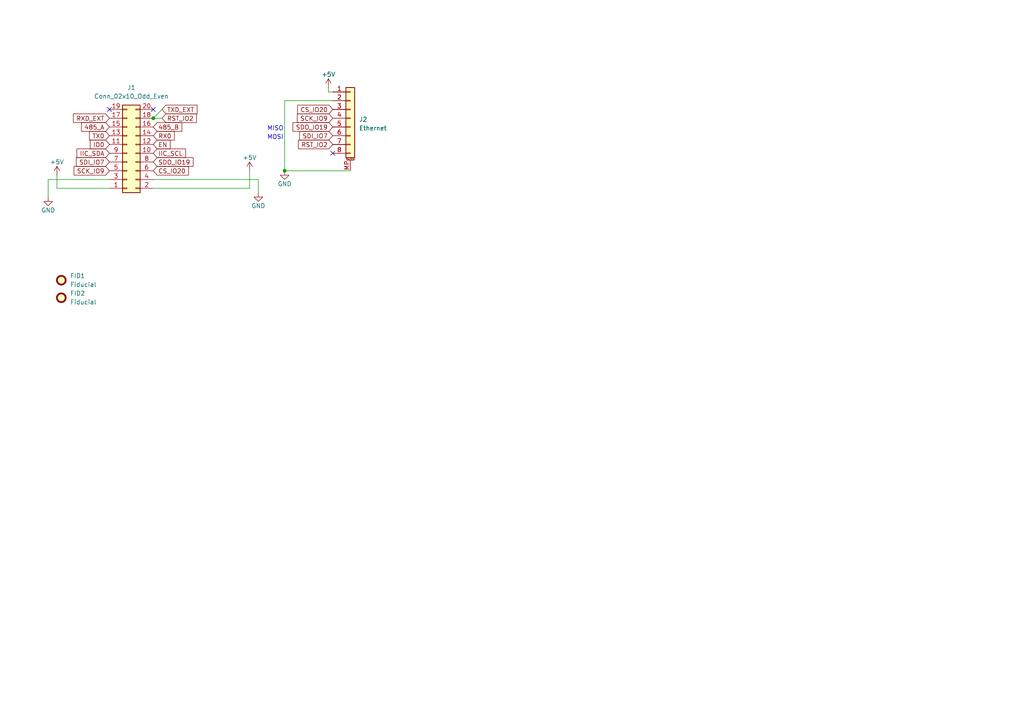
<source format=kicad_sch>
(kicad_sch (version 20211123) (generator eeschema)

  (uuid bb893cd4-c8dc-4720-86a5-cf3cec61cb8a)

  (paper "A4")

  (lib_symbols
    (symbol "Connector_Generic:Conn_02x10_Odd_Even" (pin_names (offset 1.016) hide) (in_bom yes) (on_board yes)
      (property "Reference" "J" (id 0) (at 1.27 12.7 0)
        (effects (font (size 1.27 1.27)))
      )
      (property "Value" "Conn_02x10_Odd_Even" (id 1) (at 1.27 -15.24 0)
        (effects (font (size 1.27 1.27)))
      )
      (property "Footprint" "" (id 2) (at 0 0 0)
        (effects (font (size 1.27 1.27)) hide)
      )
      (property "Datasheet" "~" (id 3) (at 0 0 0)
        (effects (font (size 1.27 1.27)) hide)
      )
      (property "ki_keywords" "connector" (id 4) (at 0 0 0)
        (effects (font (size 1.27 1.27)) hide)
      )
      (property "ki_description" "Generic connector, double row, 02x10, odd/even pin numbering scheme (row 1 odd numbers, row 2 even numbers), script generated (kicad-library-utils/schlib/autogen/connector/)" (id 5) (at 0 0 0)
        (effects (font (size 1.27 1.27)) hide)
      )
      (property "ki_fp_filters" "Connector*:*_2x??_*" (id 6) (at 0 0 0)
        (effects (font (size 1.27 1.27)) hide)
      )
      (symbol "Conn_02x10_Odd_Even_1_1"
        (rectangle (start -1.27 -12.573) (end 0 -12.827)
          (stroke (width 0.1524) (type default) (color 0 0 0 0))
          (fill (type none))
        )
        (rectangle (start -1.27 -10.033) (end 0 -10.287)
          (stroke (width 0.1524) (type default) (color 0 0 0 0))
          (fill (type none))
        )
        (rectangle (start -1.27 -7.493) (end 0 -7.747)
          (stroke (width 0.1524) (type default) (color 0 0 0 0))
          (fill (type none))
        )
        (rectangle (start -1.27 -4.953) (end 0 -5.207)
          (stroke (width 0.1524) (type default) (color 0 0 0 0))
          (fill (type none))
        )
        (rectangle (start -1.27 -2.413) (end 0 -2.667)
          (stroke (width 0.1524) (type default) (color 0 0 0 0))
          (fill (type none))
        )
        (rectangle (start -1.27 0.127) (end 0 -0.127)
          (stroke (width 0.1524) (type default) (color 0 0 0 0))
          (fill (type none))
        )
        (rectangle (start -1.27 2.667) (end 0 2.413)
          (stroke (width 0.1524) (type default) (color 0 0 0 0))
          (fill (type none))
        )
        (rectangle (start -1.27 5.207) (end 0 4.953)
          (stroke (width 0.1524) (type default) (color 0 0 0 0))
          (fill (type none))
        )
        (rectangle (start -1.27 7.747) (end 0 7.493)
          (stroke (width 0.1524) (type default) (color 0 0 0 0))
          (fill (type none))
        )
        (rectangle (start -1.27 10.287) (end 0 10.033)
          (stroke (width 0.1524) (type default) (color 0 0 0 0))
          (fill (type none))
        )
        (rectangle (start -1.27 11.43) (end 3.81 -13.97)
          (stroke (width 0.254) (type default) (color 0 0 0 0))
          (fill (type background))
        )
        (rectangle (start 3.81 -12.573) (end 2.54 -12.827)
          (stroke (width 0.1524) (type default) (color 0 0 0 0))
          (fill (type none))
        )
        (rectangle (start 3.81 -10.033) (end 2.54 -10.287)
          (stroke (width 0.1524) (type default) (color 0 0 0 0))
          (fill (type none))
        )
        (rectangle (start 3.81 -7.493) (end 2.54 -7.747)
          (stroke (width 0.1524) (type default) (color 0 0 0 0))
          (fill (type none))
        )
        (rectangle (start 3.81 -4.953) (end 2.54 -5.207)
          (stroke (width 0.1524) (type default) (color 0 0 0 0))
          (fill (type none))
        )
        (rectangle (start 3.81 -2.413) (end 2.54 -2.667)
          (stroke (width 0.1524) (type default) (color 0 0 0 0))
          (fill (type none))
        )
        (rectangle (start 3.81 0.127) (end 2.54 -0.127)
          (stroke (width 0.1524) (type default) (color 0 0 0 0))
          (fill (type none))
        )
        (rectangle (start 3.81 2.667) (end 2.54 2.413)
          (stroke (width 0.1524) (type default) (color 0 0 0 0))
          (fill (type none))
        )
        (rectangle (start 3.81 5.207) (end 2.54 4.953)
          (stroke (width 0.1524) (type default) (color 0 0 0 0))
          (fill (type none))
        )
        (rectangle (start 3.81 7.747) (end 2.54 7.493)
          (stroke (width 0.1524) (type default) (color 0 0 0 0))
          (fill (type none))
        )
        (rectangle (start 3.81 10.287) (end 2.54 10.033)
          (stroke (width 0.1524) (type default) (color 0 0 0 0))
          (fill (type none))
        )
        (pin passive line (at -5.08 10.16 0) (length 3.81)
          (name "Pin_1" (effects (font (size 1.27 1.27))))
          (number "1" (effects (font (size 1.27 1.27))))
        )
        (pin passive line (at 7.62 0 180) (length 3.81)
          (name "Pin_10" (effects (font (size 1.27 1.27))))
          (number "10" (effects (font (size 1.27 1.27))))
        )
        (pin passive line (at -5.08 -2.54 0) (length 3.81)
          (name "Pin_11" (effects (font (size 1.27 1.27))))
          (number "11" (effects (font (size 1.27 1.27))))
        )
        (pin passive line (at 7.62 -2.54 180) (length 3.81)
          (name "Pin_12" (effects (font (size 1.27 1.27))))
          (number "12" (effects (font (size 1.27 1.27))))
        )
        (pin passive line (at -5.08 -5.08 0) (length 3.81)
          (name "Pin_13" (effects (font (size 1.27 1.27))))
          (number "13" (effects (font (size 1.27 1.27))))
        )
        (pin passive line (at 7.62 -5.08 180) (length 3.81)
          (name "Pin_14" (effects (font (size 1.27 1.27))))
          (number "14" (effects (font (size 1.27 1.27))))
        )
        (pin passive line (at -5.08 -7.62 0) (length 3.81)
          (name "Pin_15" (effects (font (size 1.27 1.27))))
          (number "15" (effects (font (size 1.27 1.27))))
        )
        (pin passive line (at 7.62 -7.62 180) (length 3.81)
          (name "Pin_16" (effects (font (size 1.27 1.27))))
          (number "16" (effects (font (size 1.27 1.27))))
        )
        (pin passive line (at -5.08 -10.16 0) (length 3.81)
          (name "Pin_17" (effects (font (size 1.27 1.27))))
          (number "17" (effects (font (size 1.27 1.27))))
        )
        (pin passive line (at 7.62 -10.16 180) (length 3.81)
          (name "Pin_18" (effects (font (size 1.27 1.27))))
          (number "18" (effects (font (size 1.27 1.27))))
        )
        (pin passive line (at -5.08 -12.7 0) (length 3.81)
          (name "Pin_19" (effects (font (size 1.27 1.27))))
          (number "19" (effects (font (size 1.27 1.27))))
        )
        (pin passive line (at 7.62 10.16 180) (length 3.81)
          (name "Pin_2" (effects (font (size 1.27 1.27))))
          (number "2" (effects (font (size 1.27 1.27))))
        )
        (pin passive line (at 7.62 -12.7 180) (length 3.81)
          (name "Pin_20" (effects (font (size 1.27 1.27))))
          (number "20" (effects (font (size 1.27 1.27))))
        )
        (pin passive line (at -5.08 7.62 0) (length 3.81)
          (name "Pin_3" (effects (font (size 1.27 1.27))))
          (number "3" (effects (font (size 1.27 1.27))))
        )
        (pin passive line (at 7.62 7.62 180) (length 3.81)
          (name "Pin_4" (effects (font (size 1.27 1.27))))
          (number "4" (effects (font (size 1.27 1.27))))
        )
        (pin passive line (at -5.08 5.08 0) (length 3.81)
          (name "Pin_5" (effects (font (size 1.27 1.27))))
          (number "5" (effects (font (size 1.27 1.27))))
        )
        (pin passive line (at 7.62 5.08 180) (length 3.81)
          (name "Pin_6" (effects (font (size 1.27 1.27))))
          (number "6" (effects (font (size 1.27 1.27))))
        )
        (pin passive line (at -5.08 2.54 0) (length 3.81)
          (name "Pin_7" (effects (font (size 1.27 1.27))))
          (number "7" (effects (font (size 1.27 1.27))))
        )
        (pin passive line (at 7.62 2.54 180) (length 3.81)
          (name "Pin_8" (effects (font (size 1.27 1.27))))
          (number "8" (effects (font (size 1.27 1.27))))
        )
        (pin passive line (at -5.08 0 0) (length 3.81)
          (name "Pin_9" (effects (font (size 1.27 1.27))))
          (number "9" (effects (font (size 1.27 1.27))))
        )
      )
    )
    (symbol "Connector_Generic_MountingPin:Conn_01x08_MountingPin" (pin_names (offset 1.016) hide) (in_bom yes) (on_board yes)
      (property "Reference" "J" (id 0) (at 0 10.16 0)
        (effects (font (size 1.27 1.27)))
      )
      (property "Value" "Conn_01x08_MountingPin" (id 1) (at 1.27 -12.7 0)
        (effects (font (size 1.27 1.27)) (justify left))
      )
      (property "Footprint" "" (id 2) (at 0 0 0)
        (effects (font (size 1.27 1.27)) hide)
      )
      (property "Datasheet" "~" (id 3) (at 0 0 0)
        (effects (font (size 1.27 1.27)) hide)
      )
      (property "ki_keywords" "connector" (id 4) (at 0 0 0)
        (effects (font (size 1.27 1.27)) hide)
      )
      (property "ki_description" "Generic connectable mounting pin connector, single row, 01x08, script generated (kicad-library-utils/schlib/autogen/connector/)" (id 5) (at 0 0 0)
        (effects (font (size 1.27 1.27)) hide)
      )
      (property "ki_fp_filters" "Connector*:*_1x??-1MP*" (id 6) (at 0 0 0)
        (effects (font (size 1.27 1.27)) hide)
      )
      (symbol "Conn_01x08_MountingPin_1_1"
        (rectangle (start -1.27 -10.033) (end 0 -10.287)
          (stroke (width 0.1524) (type default) (color 0 0 0 0))
          (fill (type none))
        )
        (rectangle (start -1.27 -7.493) (end 0 -7.747)
          (stroke (width 0.1524) (type default) (color 0 0 0 0))
          (fill (type none))
        )
        (rectangle (start -1.27 -4.953) (end 0 -5.207)
          (stroke (width 0.1524) (type default) (color 0 0 0 0))
          (fill (type none))
        )
        (rectangle (start -1.27 -2.413) (end 0 -2.667)
          (stroke (width 0.1524) (type default) (color 0 0 0 0))
          (fill (type none))
        )
        (rectangle (start -1.27 0.127) (end 0 -0.127)
          (stroke (width 0.1524) (type default) (color 0 0 0 0))
          (fill (type none))
        )
        (rectangle (start -1.27 2.667) (end 0 2.413)
          (stroke (width 0.1524) (type default) (color 0 0 0 0))
          (fill (type none))
        )
        (rectangle (start -1.27 5.207) (end 0 4.953)
          (stroke (width 0.1524) (type default) (color 0 0 0 0))
          (fill (type none))
        )
        (rectangle (start -1.27 7.747) (end 0 7.493)
          (stroke (width 0.1524) (type default) (color 0 0 0 0))
          (fill (type none))
        )
        (rectangle (start -1.27 8.89) (end 1.27 -11.43)
          (stroke (width 0.254) (type default) (color 0 0 0 0))
          (fill (type background))
        )
        (polyline
          (pts
            (xy -1.016 -12.192)
            (xy 1.016 -12.192)
          )
          (stroke (width 0.1524) (type default) (color 0 0 0 0))
          (fill (type none))
        )
        (text "Mounting" (at 0 -11.811 0)
          (effects (font (size 0.381 0.381)))
        )
        (pin passive line (at -5.08 7.62 0) (length 3.81)
          (name "Pin_1" (effects (font (size 1.27 1.27))))
          (number "1" (effects (font (size 1.27 1.27))))
        )
        (pin passive line (at -5.08 5.08 0) (length 3.81)
          (name "Pin_2" (effects (font (size 1.27 1.27))))
          (number "2" (effects (font (size 1.27 1.27))))
        )
        (pin passive line (at -5.08 2.54 0) (length 3.81)
          (name "Pin_3" (effects (font (size 1.27 1.27))))
          (number "3" (effects (font (size 1.27 1.27))))
        )
        (pin passive line (at -5.08 0 0) (length 3.81)
          (name "Pin_4" (effects (font (size 1.27 1.27))))
          (number "4" (effects (font (size 1.27 1.27))))
        )
        (pin passive line (at -5.08 -2.54 0) (length 3.81)
          (name "Pin_5" (effects (font (size 1.27 1.27))))
          (number "5" (effects (font (size 1.27 1.27))))
        )
        (pin passive line (at -5.08 -5.08 0) (length 3.81)
          (name "Pin_6" (effects (font (size 1.27 1.27))))
          (number "6" (effects (font (size 1.27 1.27))))
        )
        (pin passive line (at -5.08 -7.62 0) (length 3.81)
          (name "Pin_7" (effects (font (size 1.27 1.27))))
          (number "7" (effects (font (size 1.27 1.27))))
        )
        (pin passive line (at -5.08 -10.16 0) (length 3.81)
          (name "Pin_8" (effects (font (size 1.27 1.27))))
          (number "8" (effects (font (size 1.27 1.27))))
        )
        (pin passive line (at 0 -15.24 90) (length 3.048)
          (name "MountPin" (effects (font (size 1.27 1.27))))
          (number "MP" (effects (font (size 1.27 1.27))))
        )
      )
    )
    (symbol "Mechanical:Fiducial" (in_bom yes) (on_board yes)
      (property "Reference" "FID" (id 0) (at 0 5.08 0)
        (effects (font (size 1.27 1.27)))
      )
      (property "Value" "Fiducial" (id 1) (at 0 3.175 0)
        (effects (font (size 1.27 1.27)))
      )
      (property "Footprint" "" (id 2) (at 0 0 0)
        (effects (font (size 1.27 1.27)) hide)
      )
      (property "Datasheet" "~" (id 3) (at 0 0 0)
        (effects (font (size 1.27 1.27)) hide)
      )
      (property "ki_keywords" "fiducial marker" (id 4) (at 0 0 0)
        (effects (font (size 1.27 1.27)) hide)
      )
      (property "ki_description" "Fiducial Marker" (id 5) (at 0 0 0)
        (effects (font (size 1.27 1.27)) hide)
      )
      (property "ki_fp_filters" "Fiducial*" (id 6) (at 0 0 0)
        (effects (font (size 1.27 1.27)) hide)
      )
      (symbol "Fiducial_0_1"
        (circle (center 0 0) (radius 1.27)
          (stroke (width 0.508) (type default) (color 0 0 0 0))
          (fill (type background))
        )
      )
    )
    (symbol "power:+5V" (power) (pin_names (offset 0)) (in_bom yes) (on_board yes)
      (property "Reference" "#PWR" (id 0) (at 0 -3.81 0)
        (effects (font (size 1.27 1.27)) hide)
      )
      (property "Value" "+5V" (id 1) (at 0 3.556 0)
        (effects (font (size 1.27 1.27)))
      )
      (property "Footprint" "" (id 2) (at 0 0 0)
        (effects (font (size 1.27 1.27)) hide)
      )
      (property "Datasheet" "" (id 3) (at 0 0 0)
        (effects (font (size 1.27 1.27)) hide)
      )
      (property "ki_keywords" "global power" (id 4) (at 0 0 0)
        (effects (font (size 1.27 1.27)) hide)
      )
      (property "ki_description" "Power symbol creates a global label with name \"+5V\"" (id 5) (at 0 0 0)
        (effects (font (size 1.27 1.27)) hide)
      )
      (symbol "+5V_0_1"
        (polyline
          (pts
            (xy -0.762 1.27)
            (xy 0 2.54)
          )
          (stroke (width 0) (type default) (color 0 0 0 0))
          (fill (type none))
        )
        (polyline
          (pts
            (xy 0 0)
            (xy 0 2.54)
          )
          (stroke (width 0) (type default) (color 0 0 0 0))
          (fill (type none))
        )
        (polyline
          (pts
            (xy 0 2.54)
            (xy 0.762 1.27)
          )
          (stroke (width 0) (type default) (color 0 0 0 0))
          (fill (type none))
        )
      )
      (symbol "+5V_1_1"
        (pin power_in line (at 0 0 90) (length 0) hide
          (name "+5V" (effects (font (size 1.27 1.27))))
          (number "1" (effects (font (size 1.27 1.27))))
        )
      )
    )
    (symbol "power:GND" (power) (pin_names (offset 0)) (in_bom yes) (on_board yes)
      (property "Reference" "#PWR" (id 0) (at 0 -6.35 0)
        (effects (font (size 1.27 1.27)) hide)
      )
      (property "Value" "GND" (id 1) (at 0 -3.81 0)
        (effects (font (size 1.27 1.27)))
      )
      (property "Footprint" "" (id 2) (at 0 0 0)
        (effects (font (size 1.27 1.27)) hide)
      )
      (property "Datasheet" "" (id 3) (at 0 0 0)
        (effects (font (size 1.27 1.27)) hide)
      )
      (property "ki_keywords" "global power" (id 4) (at 0 0 0)
        (effects (font (size 1.27 1.27)) hide)
      )
      (property "ki_description" "Power symbol creates a global label with name \"GND\" , ground" (id 5) (at 0 0 0)
        (effects (font (size 1.27 1.27)) hide)
      )
      (symbol "GND_0_1"
        (polyline
          (pts
            (xy 0 0)
            (xy 0 -1.27)
            (xy 1.27 -1.27)
            (xy 0 -2.54)
            (xy -1.27 -1.27)
            (xy 0 -1.27)
          )
          (stroke (width 0) (type default) (color 0 0 0 0))
          (fill (type none))
        )
      )
      (symbol "GND_1_1"
        (pin power_in line (at 0 0 270) (length 0) hide
          (name "GND" (effects (font (size 1.27 1.27))))
          (number "1" (effects (font (size 1.27 1.27))))
        )
      )
    )
  )

  (junction (at 44.45 34.29) (diameter 0) (color 0 0 0 0)
    (uuid 91d315f8-8ede-4b6b-8e5f-49e56ee1f6ad)
  )
  (junction (at 82.55 49.53) (diameter 0) (color 0 0 0 0)
    (uuid f7996b02-a704-4c3d-a9c5-86ae05c33115)
  )

  (no_connect (at 44.45 31.75) (uuid 895841d7-b2d7-4bb9-a416-c2ebf46630e6))
  (no_connect (at 31.75 31.75) (uuid 8dce8b59-3b92-4d4b-b148-09c6ec1acc91))
  (no_connect (at 96.52 44.45) (uuid 91514e07-982b-419a-b392-b4ea0c98c109))

  (wire (pts (xy 44.45 34.29) (xy 46.99 34.29))
    (stroke (width 0) (type default) (color 0 0 0 0))
    (uuid 0907ccc5-d3fc-4d52-9ae9-6df7eab239b6)
  )
  (wire (pts (xy 44.45 54.61) (xy 72.39 54.61))
    (stroke (width 0) (type default) (color 0 0 0 0))
    (uuid 1311f982-21a5-46b8-a86f-04681aeb9915)
  )
  (wire (pts (xy 13.97 52.07) (xy 13.97 57.15))
    (stroke (width 0) (type default) (color 0 0 0 0))
    (uuid 339bb858-1c19-4664-a3c9-d753c17625d4)
  )
  (wire (pts (xy 82.55 29.21) (xy 82.55 49.53))
    (stroke (width 0) (type default) (color 0 0 0 0))
    (uuid 3576ea8f-925f-4cff-8d55-66138ee4fb6d)
  )
  (wire (pts (xy 72.39 49.53) (xy 72.39 54.61))
    (stroke (width 0) (type default) (color 0 0 0 0))
    (uuid 4d1f7506-9205-4d65-b831-58c103e2eae5)
  )
  (wire (pts (xy 46.99 31.75) (xy 44.45 34.29))
    (stroke (width 0) (type default) (color 0 0 0 0))
    (uuid 501aa6e2-32be-47d6-9e0f-b5b762b958c0)
  )
  (wire (pts (xy 95.25 25.4) (xy 95.25 26.67))
    (stroke (width 0) (type default) (color 0 0 0 0))
    (uuid 57d94448-a86f-4590-8b5e-ffba7f60639e)
  )
  (wire (pts (xy 13.97 52.07) (xy 31.75 52.07))
    (stroke (width 0) (type default) (color 0 0 0 0))
    (uuid 66ff0995-639d-40c5-93bb-0ae842f8674c)
  )
  (wire (pts (xy 16.51 50.8) (xy 16.51 54.61))
    (stroke (width 0) (type default) (color 0 0 0 0))
    (uuid 9f5799c6-0ee7-4d29-989b-44b717b4fb17)
  )
  (wire (pts (xy 95.25 26.67) (xy 96.52 26.67))
    (stroke (width 0) (type default) (color 0 0 0 0))
    (uuid ad9b580e-057b-4012-9cb1-00bd30a62cc3)
  )
  (wire (pts (xy 96.52 29.21) (xy 82.55 29.21))
    (stroke (width 0) (type default) (color 0 0 0 0))
    (uuid b115cee3-8a0f-4511-9f15-85241c52c357)
  )
  (wire (pts (xy 44.45 52.07) (xy 74.93 52.07))
    (stroke (width 0) (type default) (color 0 0 0 0))
    (uuid b1634939-66e3-4cba-a72f-19eab034b5b8)
  )
  (wire (pts (xy 74.93 52.07) (xy 74.93 55.88))
    (stroke (width 0) (type default) (color 0 0 0 0))
    (uuid f212b36a-bc50-4495-b6e6-6f75c71c0688)
  )
  (wire (pts (xy 16.51 54.61) (xy 31.75 54.61))
    (stroke (width 0) (type default) (color 0 0 0 0))
    (uuid f6e654d5-52b7-426f-82f6-a7cec8059ff2)
  )
  (wire (pts (xy 82.55 49.53) (xy 101.6 49.53))
    (stroke (width 0) (type default) (color 0 0 0 0))
    (uuid fe5f8213-8092-4814-bee5-670b9ac7bc52)
  )

  (text "MOSI" (at 77.47 40.64 0)
    (effects (font (size 1.27 1.27)) (justify left bottom))
    (uuid 89211299-293f-4d3f-ba6f-cb116e393512)
  )
  (text "MISO" (at 77.47 38.1 0)
    (effects (font (size 1.27 1.27)) (justify left bottom))
    (uuid da6ea63e-7936-4a0d-a57c-2c8ceefe5a95)
  )

  (global_label "RX0" (shape input) (at 44.45 39.37 0) (fields_autoplaced)
    (effects (font (size 1.27 1.27)) (justify left))
    (uuid 2044241e-871e-4c7b-84c4-164359f3a1f9)
    (property "Intersheet References" "${INTERSHEET_REFS}" (id 0) (at 50.5521 39.2906 0)
      (effects (font (size 1.27 1.27)) (justify left) hide)
    )
  )
  (global_label "SDO_IO19" (shape input) (at 96.52 36.83 180) (fields_autoplaced)
    (effects (font (size 1.27 1.27)) (justify right))
    (uuid 2c691ab2-712e-4530-9a8e-82d300a0ef67)
    (property "Intersheet References" "${INTERSHEET_REFS}" (id 0) (at 84.975 36.7506 0)
      (effects (font (size 1.27 1.27)) (justify right) hide)
    )
  )
  (global_label "RST_IO2" (shape input) (at 46.99 34.29 0) (fields_autoplaced)
    (effects (font (size 1.27 1.27)) (justify left))
    (uuid 2deb7648-92f9-4ea4-b90c-4a5a33854458)
    (property "Intersheet References" "${INTERSHEET_REFS}" (id 0) (at 56.9626 34.2106 0)
      (effects (font (size 1.27 1.27)) (justify left) hide)
    )
  )
  (global_label "485_B" (shape input) (at 44.45 36.83 0) (fields_autoplaced)
    (effects (font (size 1.27 1.27)) (justify left))
    (uuid 2ef6644a-b6e5-4548-9f7d-9f42047fd5cd)
    (property "Intersheet References" "${INTERSHEET_REFS}" (id 0) (at 52.7293 36.7506 0)
      (effects (font (size 1.27 1.27)) (justify left) hide)
    )
  )
  (global_label "EN" (shape input) (at 44.45 41.91 0) (fields_autoplaced)
    (effects (font (size 1.27 1.27)) (justify left))
    (uuid 37979d09-cd38-41ec-a383-ca1aace7ac4a)
    (property "Intersheet References" "${INTERSHEET_REFS}" (id 0) (at 49.3426 41.8306 0)
      (effects (font (size 1.27 1.27)) (justify left) hide)
    )
  )
  (global_label "CS_IO20" (shape input) (at 44.45 49.53 0) (fields_autoplaced)
    (effects (font (size 1.27 1.27)) (justify left))
    (uuid 3bafda78-cf11-4f62-8c31-1198612aa64f)
    (property "Intersheet References" "${INTERSHEET_REFS}" (id 0) (at 54.6645 49.4506 0)
      (effects (font (size 1.27 1.27)) (justify left) hide)
    )
  )
  (global_label "485_A" (shape input) (at 31.75 36.83 180) (fields_autoplaced)
    (effects (font (size 1.27 1.27)) (justify right))
    (uuid 607ded8b-96cf-4a6a-8792-d0a01bc3eac2)
    (property "Intersheet References" "${INTERSHEET_REFS}" (id 0) (at 23.6521 36.7506 0)
      (effects (font (size 1.27 1.27)) (justify right) hide)
    )
  )
  (global_label "CS_IO20" (shape input) (at 96.52 31.75 180) (fields_autoplaced)
    (effects (font (size 1.27 1.27)) (justify right))
    (uuid 6cfca0df-5c8f-4539-91bd-95db66183f2f)
    (property "Intersheet References" "${INTERSHEET_REFS}" (id 0) (at 86.3055 31.6706 0)
      (effects (font (size 1.27 1.27)) (justify right) hide)
    )
  )
  (global_label "RST_IO2" (shape input) (at 96.52 41.91 180) (fields_autoplaced)
    (effects (font (size 1.27 1.27)) (justify right))
    (uuid 81cbacf1-98e9-457e-8f26-d119aba6b236)
    (property "Intersheet References" "${INTERSHEET_REFS}" (id 0) (at 86.5474 41.8306 0)
      (effects (font (size 1.27 1.27)) (justify right) hide)
    )
  )
  (global_label "IIC_SDA" (shape input) (at 31.75 44.45 180) (fields_autoplaced)
    (effects (font (size 1.27 1.27)) (justify right))
    (uuid 86b8b5ea-e697-4fec-a6ba-595e6f714bec)
    (property "Intersheet References" "${INTERSHEET_REFS}" (id 0) (at 22.3217 44.3706 0)
      (effects (font (size 1.27 1.27)) (justify right) hide)
    )
  )
  (global_label "SDI_IO7" (shape input) (at 31.75 46.99 180) (fields_autoplaced)
    (effects (font (size 1.27 1.27)) (justify right))
    (uuid 9821c1d4-9f65-415b-821b-888634545384)
    (property "Intersheet References" "${INTERSHEET_REFS}" (id 0) (at 22.1402 46.9106 0)
      (effects (font (size 1.27 1.27)) (justify right) hide)
    )
  )
  (global_label "RXD_EXT" (shape input) (at 31.75 34.29 180) (fields_autoplaced)
    (effects (font (size 1.27 1.27)) (justify right))
    (uuid 99578007-6f2f-4eca-8d13-9396b9f08c20)
    (property "Intersheet References" "${INTERSHEET_REFS}" (id 0) (at 21.2936 34.2106 0)
      (effects (font (size 1.27 1.27)) (justify right) hide)
    )
  )
  (global_label "SCK_IO9" (shape input) (at 31.75 49.53 180) (fields_autoplaced)
    (effects (font (size 1.27 1.27)) (justify right))
    (uuid a4eee41b-7f66-4d99-9899-16bfc0273c53)
    (property "Intersheet References" "${INTERSHEET_REFS}" (id 0) (at 21.475 49.4506 0)
      (effects (font (size 1.27 1.27)) (justify right) hide)
    )
  )
  (global_label "TX0" (shape input) (at 31.75 39.37 180) (fields_autoplaced)
    (effects (font (size 1.27 1.27)) (justify right))
    (uuid a51941e5-fa38-47f9-8e45-87aabf91ced4)
    (property "Intersheet References" "${INTERSHEET_REFS}" (id 0) (at 25.9502 39.2906 0)
      (effects (font (size 1.27 1.27)) (justify right) hide)
    )
  )
  (global_label "SDI_IO7" (shape input) (at 96.52 39.37 180) (fields_autoplaced)
    (effects (font (size 1.27 1.27)) (justify right))
    (uuid cb362fb0-f416-4651-bc30-9cf15db565ed)
    (property "Intersheet References" "${INTERSHEET_REFS}" (id 0) (at 86.9102 39.2906 0)
      (effects (font (size 1.27 1.27)) (justify right) hide)
    )
  )
  (global_label "IO0" (shape input) (at 31.75 41.91 180) (fields_autoplaced)
    (effects (font (size 1.27 1.27)) (justify right))
    (uuid ddfd3fa4-5246-4130-9492-7afdaeef0770)
    (property "Intersheet References" "${INTERSHEET_REFS}" (id 0) (at 26.1921 41.8306 0)
      (effects (font (size 1.27 1.27)) (justify right) hide)
    )
  )
  (global_label "SCK_IO9" (shape input) (at 96.52 34.29 180) (fields_autoplaced)
    (effects (font (size 1.27 1.27)) (justify right))
    (uuid ded7db00-cd13-45ea-9903-2a192e7c8a1e)
    (property "Intersheet References" "${INTERSHEET_REFS}" (id 0) (at 86.245 34.2106 0)
      (effects (font (size 1.27 1.27)) (justify right) hide)
    )
  )
  (global_label "SDO_IO19" (shape input) (at 44.45 46.99 0) (fields_autoplaced)
    (effects (font (size 1.27 1.27)) (justify left))
    (uuid e91dd35e-4462-43ac-98e6-a50a17a29522)
    (property "Intersheet References" "${INTERSHEET_REFS}" (id 0) (at 55.995 46.9106 0)
      (effects (font (size 1.27 1.27)) (justify left) hide)
    )
  )
  (global_label "TXD_EXT" (shape input) (at 46.99 31.75 0) (fields_autoplaced)
    (effects (font (size 1.27 1.27)) (justify left))
    (uuid ef43c6ea-ed0a-414c-a48d-73f99d596eef)
    (property "Intersheet References" "${INTERSHEET_REFS}" (id 0) (at 57.1441 31.6706 0)
      (effects (font (size 1.27 1.27)) (justify left) hide)
    )
  )
  (global_label "IIC_SCL" (shape input) (at 44.45 44.45 0) (fields_autoplaced)
    (effects (font (size 1.27 1.27)) (justify left))
    (uuid f8973afe-b538-409e-b370-1d640cb66204)
    (property "Intersheet References" "${INTERSHEET_REFS}" (id 0) (at 53.8179 44.3706 0)
      (effects (font (size 1.27 1.27)) (justify left) hide)
    )
  )

  (symbol (lib_id "Connector_Generic_MountingPin:Conn_01x08_MountingPin") (at 101.6 34.29 0) (unit 1)
    (in_bom yes) (on_board yes) (fields_autoplaced)
    (uuid 163d55a5-9e79-4147-8fc1-a7168b3dd79b)
    (property "Reference" "J2" (id 0) (at 104.14 34.6455 0)
      (effects (font (size 1.27 1.27)) (justify left))
    )
    (property "Value" "Ethernet" (id 1) (at 104.14 37.1855 0)
      (effects (font (size 1.27 1.27)) (justify left))
    )
    (property "Footprint" "Connector_JST:JST_GH_SM08B-GHS-TB_1x08-1MP_P1.25mm_Horizontal" (id 2) (at 101.6 34.29 0)
      (effects (font (size 1.27 1.27)) hide)
    )
    (property "Datasheet" "~" (id 3) (at 101.6 34.29 0)
      (effects (font (size 1.27 1.27)) hide)
    )
    (property "LCSC" "C225117" (id 4) (at 101.6 34.29 0)
      (effects (font (size 1.27 1.27)) hide)
    )
    (pin "1" (uuid 0b9468fc-9bb1-46cb-a17a-9e58c2c99a6b))
    (pin "2" (uuid 392de98d-1ce9-46d7-8230-c7f2270e33f5))
    (pin "3" (uuid 6f81c4f4-f2a1-46d8-9b0e-15c06c285d12))
    (pin "4" (uuid bd281b50-002c-4d92-b5fb-3669b6ff9529))
    (pin "5" (uuid d70e75ae-9e33-47b1-a367-877ec1e72ca6))
    (pin "6" (uuid 66e69cbe-88d0-49c3-a00e-baa05dc343cd))
    (pin "7" (uuid 84506c19-4ba5-4056-a599-1810f5fe20c1))
    (pin "8" (uuid db513055-3962-47b4-9693-a6ed573d2b20))
    (pin "MP" (uuid 6f6f9a69-0d31-499a-b4ed-15b307962aec))
  )

  (symbol (lib_id "power:GND") (at 13.97 57.15 0) (unit 1)
    (in_bom yes) (on_board yes)
    (uuid 3efbc91b-395c-482c-80d7-9e6024ba0036)
    (property "Reference" "#PWR0105" (id 0) (at 13.97 63.5 0)
      (effects (font (size 1.27 1.27)) hide)
    )
    (property "Value" "GND" (id 1) (at 13.97 60.96 0))
    (property "Footprint" "" (id 2) (at 13.97 57.15 0)
      (effects (font (size 1.27 1.27)) hide)
    )
    (property "Datasheet" "" (id 3) (at 13.97 57.15 0)
      (effects (font (size 1.27 1.27)) hide)
    )
    (pin "1" (uuid a9d41d85-9ac0-4e37-adf8-8807112ebe40))
  )

  (symbol (lib_id "Mechanical:Fiducial") (at 17.78 81.28 0) (unit 1)
    (in_bom yes) (on_board yes) (fields_autoplaced)
    (uuid 832abddf-dcde-42ae-b970-e1ed64cbbdff)
    (property "Reference" "FID1" (id 0) (at 20.32 80.0099 0)
      (effects (font (size 1.27 1.27)) (justify left))
    )
    (property "Value" "Fiducial" (id 1) (at 20.32 82.5499 0)
      (effects (font (size 1.27 1.27)) (justify left))
    )
    (property "Footprint" "Fiducial:Fiducial_1mm_Mask2mm" (id 2) (at 17.78 81.28 0)
      (effects (font (size 1.27 1.27)) hide)
    )
    (property "Datasheet" "~" (id 3) (at 17.78 81.28 0)
      (effects (font (size 1.27 1.27)) hide)
    )
  )

  (symbol (lib_id "power:+5V") (at 95.25 25.4 0) (unit 1)
    (in_bom yes) (on_board yes)
    (uuid 8b4b7e1f-9bb0-40ab-abcf-f0a36437ec75)
    (property "Reference" "#PWR0104" (id 0) (at 95.25 29.21 0)
      (effects (font (size 1.27 1.27)) hide)
    )
    (property "Value" "+5V" (id 1) (at 95.25 21.59 0))
    (property "Footprint" "" (id 2) (at 95.25 25.4 0)
      (effects (font (size 1.27 1.27)) hide)
    )
    (property "Datasheet" "" (id 3) (at 95.25 25.4 0)
      (effects (font (size 1.27 1.27)) hide)
    )
    (pin "1" (uuid 26fa6cb4-674c-49fc-b65b-8cf5f891bb52))
  )

  (symbol (lib_id "power:GND") (at 82.55 49.53 0) (unit 1)
    (in_bom yes) (on_board yes)
    (uuid 8e051c9f-9538-4f15-ad2c-c020e4837020)
    (property "Reference" "#PWR0101" (id 0) (at 82.55 55.88 0)
      (effects (font (size 1.27 1.27)) hide)
    )
    (property "Value" "GND" (id 1) (at 82.55 53.34 0))
    (property "Footprint" "" (id 2) (at 82.55 49.53 0)
      (effects (font (size 1.27 1.27)) hide)
    )
    (property "Datasheet" "" (id 3) (at 82.55 49.53 0)
      (effects (font (size 1.27 1.27)) hide)
    )
    (pin "1" (uuid ddf922de-decf-46ae-b829-cdeeed97f4f8))
  )

  (symbol (lib_id "power:+5V") (at 16.51 50.8 0) (unit 1)
    (in_bom yes) (on_board yes)
    (uuid 9163ef53-722c-4b4a-9f97-aee4b898ae83)
    (property "Reference" "#PWR0106" (id 0) (at 16.51 54.61 0)
      (effects (font (size 1.27 1.27)) hide)
    )
    (property "Value" "+5V" (id 1) (at 16.51 46.99 0))
    (property "Footprint" "" (id 2) (at 16.51 50.8 0)
      (effects (font (size 1.27 1.27)) hide)
    )
    (property "Datasheet" "" (id 3) (at 16.51 50.8 0)
      (effects (font (size 1.27 1.27)) hide)
    )
    (pin "1" (uuid 201e60a0-290f-405d-bdf0-db347c8306a7))
  )

  (symbol (lib_id "Mechanical:Fiducial") (at 17.78 86.36 0) (unit 1)
    (in_bom yes) (on_board yes) (fields_autoplaced)
    (uuid 97b85603-1a37-4f08-9fad-c0d7e81b9931)
    (property "Reference" "FID2" (id 0) (at 20.32 85.0899 0)
      (effects (font (size 1.27 1.27)) (justify left))
    )
    (property "Value" "Fiducial" (id 1) (at 20.32 87.6299 0)
      (effects (font (size 1.27 1.27)) (justify left))
    )
    (property "Footprint" "Fiducial:Fiducial_1mm_Mask2mm" (id 2) (at 17.78 86.36 0)
      (effects (font (size 1.27 1.27)) hide)
    )
    (property "Datasheet" "~" (id 3) (at 17.78 86.36 0)
      (effects (font (size 1.27 1.27)) hide)
    )
  )

  (symbol (lib_id "power:GND") (at 74.93 55.88 0) (unit 1)
    (in_bom yes) (on_board yes)
    (uuid 9956e384-8cdd-4c79-86c8-c30dc9f17b60)
    (property "Reference" "#PWR0102" (id 0) (at 74.93 62.23 0)
      (effects (font (size 1.27 1.27)) hide)
    )
    (property "Value" "GND" (id 1) (at 74.93 59.69 0))
    (property "Footprint" "" (id 2) (at 74.93 55.88 0)
      (effects (font (size 1.27 1.27)) hide)
    )
    (property "Datasheet" "" (id 3) (at 74.93 55.88 0)
      (effects (font (size 1.27 1.27)) hide)
    )
    (pin "1" (uuid a9d6d106-a9ef-41fc-bdb6-ef3d4f5407fd))
  )

  (symbol (lib_id "power:+5V") (at 72.39 49.53 0) (unit 1)
    (in_bom yes) (on_board yes)
    (uuid df61e8ef-c253-41eb-a431-5c3c605bd7b7)
    (property "Reference" "#PWR0103" (id 0) (at 72.39 53.34 0)
      (effects (font (size 1.27 1.27)) hide)
    )
    (property "Value" "+5V" (id 1) (at 72.39 45.72 0))
    (property "Footprint" "" (id 2) (at 72.39 49.53 0)
      (effects (font (size 1.27 1.27)) hide)
    )
    (property "Datasheet" "" (id 3) (at 72.39 49.53 0)
      (effects (font (size 1.27 1.27)) hide)
    )
    (pin "1" (uuid 99d354fd-4222-4d21-899d-11c0483f96aa))
  )

  (symbol (lib_id "Connector_Generic:Conn_02x10_Odd_Even") (at 36.83 44.45 0) (mirror x) (unit 1)
    (in_bom yes) (on_board yes) (fields_autoplaced)
    (uuid f701f10e-b5bd-465c-85b8-c880e4d26a70)
    (property "Reference" "J1" (id 0) (at 38.1 25.4 0))
    (property "Value" "Conn_02x10_Odd_Even" (id 1) (at 38.1 27.94 0))
    (property "Footprint" "Connector_PinHeader_2.00mm:PinHeader_2x10_P2.00mm_Vertical" (id 2) (at 36.83 44.45 0)
      (effects (font (size 1.27 1.27)) hide)
    )
    (property "Datasheet" "~" (id 3) (at 36.83 44.45 0)
      (effects (font (size 1.27 1.27)) hide)
    )
    (property "LCSC" "C2935965" (id 4) (at 36.83 44.45 0)
      (effects (font (size 1.27 1.27)) hide)
    )
    (pin "1" (uuid 9b92b2b2-de99-4516-99fc-db73ba164b5e))
    (pin "10" (uuid a4fa06d3-f74a-4278-bcc9-c92484d1e967))
    (pin "11" (uuid cbb7d9d0-67d3-4ce9-8ecf-5491397abfbf))
    (pin "12" (uuid d2cfd8d6-b546-4d02-99d5-90c45582bd44))
    (pin "13" (uuid f13b0b37-c43f-4f53-8dd6-678f5de3f9a3))
    (pin "14" (uuid 28acaada-a031-4f15-b5ed-ee7e42038ead))
    (pin "15" (uuid 36d59c62-4fc6-4837-9f58-b115acd18afe))
    (pin "16" (uuid 0951681d-19a2-4913-8d69-e779a27c3d80))
    (pin "17" (uuid a64aff00-f54f-44e8-8846-004a51312750))
    (pin "18" (uuid f0f5928d-33af-4c38-b949-19556df42c47))
    (pin "19" (uuid d60ff624-207a-452e-ae87-08d8a1c03174))
    (pin "2" (uuid fa2dd67d-91a8-4615-b3f0-931aa56ef661))
    (pin "20" (uuid 0732b7bc-0025-4b24-b88f-4115cdfa89d7))
    (pin "3" (uuid cb0b3d37-1f49-404f-918e-29304a5d9508))
    (pin "4" (uuid ceb1487b-b80f-4e40-b8ea-c0eb21a5bb67))
    (pin "5" (uuid 2e44772a-9a5a-4f91-b73f-11546bcbad6d))
    (pin "6" (uuid e1af15d6-0c10-4691-942b-bee50619f3fa))
    (pin "7" (uuid 88a5c7a8-79b8-4f88-8da4-e417145e4905))
    (pin "8" (uuid dfb3b639-de5e-4d9f-b555-5fce273103b9))
    (pin "9" (uuid 64fa26b7-ba07-408f-bc29-6c0fe8eb7227))
  )

  (sheet_instances
    (path "/" (page "1"))
  )

  (symbol_instances
    (path "/8e051c9f-9538-4f15-ad2c-c020e4837020"
      (reference "#PWR0101") (unit 1) (value "GND") (footprint "")
    )
    (path "/9956e384-8cdd-4c79-86c8-c30dc9f17b60"
      (reference "#PWR0102") (unit 1) (value "GND") (footprint "")
    )
    (path "/df61e8ef-c253-41eb-a431-5c3c605bd7b7"
      (reference "#PWR0103") (unit 1) (value "+5V") (footprint "")
    )
    (path "/8b4b7e1f-9bb0-40ab-abcf-f0a36437ec75"
      (reference "#PWR0104") (unit 1) (value "+5V") (footprint "")
    )
    (path "/3efbc91b-395c-482c-80d7-9e6024ba0036"
      (reference "#PWR0105") (unit 1) (value "GND") (footprint "")
    )
    (path "/9163ef53-722c-4b4a-9f97-aee4b898ae83"
      (reference "#PWR0106") (unit 1) (value "+5V") (footprint "")
    )
    (path "/832abddf-dcde-42ae-b970-e1ed64cbbdff"
      (reference "FID1") (unit 1) (value "Fiducial") (footprint "Fiducial:Fiducial_1mm_Mask2mm")
    )
    (path "/97b85603-1a37-4f08-9fad-c0d7e81b9931"
      (reference "FID2") (unit 1) (value "Fiducial") (footprint "Fiducial:Fiducial_1mm_Mask2mm")
    )
    (path "/f701f10e-b5bd-465c-85b8-c880e4d26a70"
      (reference "J1") (unit 1) (value "Conn_02x10_Odd_Even") (footprint "Connector_PinHeader_2.00mm:PinHeader_2x10_P2.00mm_Vertical")
    )
    (path "/163d55a5-9e79-4147-8fc1-a7168b3dd79b"
      (reference "J2") (unit 1) (value "Ethernet") (footprint "Connector_JST:JST_GH_SM08B-GHS-TB_1x08-1MP_P1.25mm_Horizontal")
    )
  )
)

</source>
